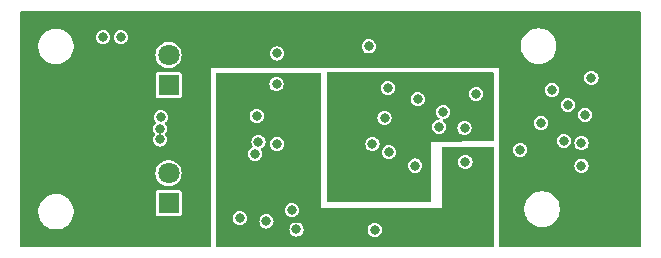
<source format=gbr>
%TF.GenerationSoftware,KiCad,Pcbnew,7.0.10+1*%
%TF.CreationDate,2024-03-12T10:53:23+01:00*%
%TF.ProjectId,IR-sensor,49522d73-656e-4736-9f72-2e6b69636164,rev?*%
%TF.SameCoordinates,Original*%
%TF.FileFunction,Copper,L3,Inr*%
%TF.FilePolarity,Positive*%
%FSLAX46Y46*%
G04 Gerber Fmt 4.6, Leading zero omitted, Abs format (unit mm)*
G04 Created by KiCad (PCBNEW 7.0.10+1) date 2024-03-12 10:53:23*
%MOMM*%
%LPD*%
G01*
G04 APERTURE LIST*
%TA.AperFunction,ComponentPad*%
%ADD10R,1.800000X1.800000*%
%TD*%
%TA.AperFunction,ComponentPad*%
%ADD11C,1.800000*%
%TD*%
%TA.AperFunction,ViaPad*%
%ADD12C,0.800000*%
%TD*%
G04 APERTURE END LIST*
D10*
%TO.N,Net-(D2-K)*%
%TO.C,D5*%
X62535000Y-56275000D03*
D11*
%TO.N,GND*%
X62535000Y-53735000D03*
%TD*%
D10*
%TO.N,Net-(D1-K)*%
%TO.C,D6*%
X62535000Y-66275000D03*
D11*
%TO.N,Net-(D1-A)*%
X62535000Y-63735000D03*
%TD*%
D12*
%TO.N,Net-(U1C-+)*%
X79800000Y-61270000D03*
X69858973Y-62095252D03*
%TO.N,GND*%
X70000000Y-58900000D03*
X61830000Y-59980000D03*
X87668939Y-62791098D03*
X61830000Y-60880000D03*
X71700000Y-53600000D03*
X95000000Y-56700000D03*
X79500000Y-53000000D03*
X70146738Y-61085451D03*
X58500000Y-52230000D03*
X68560000Y-67550000D03*
X87600000Y-59900000D03*
X61880000Y-58990000D03*
X85800000Y-58555000D03*
X73370000Y-68500000D03*
X80824807Y-59057297D03*
X97500000Y-61200000D03*
X97799990Y-58800000D03*
X81180000Y-61960000D03*
X72970000Y-66870000D03*
X83420000Y-63100000D03*
X57000000Y-52230000D03*
X97500000Y-63100000D03*
X88580000Y-57020000D03*
X92308008Y-61768008D03*
%TO.N,Net-(U1B-+)*%
X71680000Y-56190000D03*
X71724448Y-61269751D03*
%TO.N,/PWM_SEND*%
X96351041Y-57951041D03*
X70824996Y-67820000D03*
%TO.N,/PWM_RCV*%
X83630000Y-57470000D03*
X94070000Y-59490000D03*
%TO.N,+2V5*%
X88781730Y-62774323D03*
X74040000Y-65585000D03*
X70026346Y-60042373D03*
%TO.N,+5V*%
X65010000Y-59990000D03*
X97200000Y-56800000D03*
X79564166Y-51951960D03*
X95100000Y-58000000D03*
X65000000Y-58900000D03*
X65000000Y-61000000D03*
%TO.N,Net-(Q2-D)*%
X85450000Y-59800000D03*
X81100000Y-56525000D03*
%TO.N,-2V5*%
X88670000Y-59930000D03*
X81800000Y-59925000D03*
X77260000Y-65530000D03*
%TO.N,/INDICATOR*%
X98340000Y-55660000D03*
X79990000Y-68530000D03*
X96005851Y-61005851D03*
%TD*%
%TA.AperFunction,Conductor*%
%TO.N,+5V*%
G36*
X102473066Y-50017813D02*
G01*
X102498376Y-50061650D01*
X102499500Y-50074500D01*
X102499500Y-69925500D01*
X102482187Y-69973066D01*
X102438350Y-69998376D01*
X102425500Y-69999500D01*
X90574000Y-69999500D01*
X90526434Y-69982187D01*
X90501124Y-69938350D01*
X90500000Y-69925500D01*
X90500000Y-66899337D01*
X92674500Y-66899337D01*
X92695763Y-67026762D01*
X92715429Y-67144614D01*
X92750633Y-67247159D01*
X92796172Y-67379811D01*
X92848055Y-67475682D01*
X92914526Y-67598509D01*
X93067262Y-67794744D01*
X93250215Y-67963164D01*
X93458393Y-68099173D01*
X93686119Y-68199063D01*
X93927179Y-68260108D01*
X93927182Y-68260108D01*
X93927185Y-68260109D01*
X94112925Y-68275500D01*
X94112933Y-68275500D01*
X94237075Y-68275500D01*
X94422814Y-68260109D01*
X94422816Y-68260108D01*
X94422821Y-68260108D01*
X94663881Y-68199063D01*
X94891607Y-68099173D01*
X95099785Y-67963164D01*
X95282738Y-67794744D01*
X95435474Y-67598509D01*
X95553828Y-67379810D01*
X95634571Y-67144614D01*
X95675500Y-66899335D01*
X95675500Y-66650665D01*
X95634571Y-66405386D01*
X95553828Y-66170190D01*
X95435474Y-65951491D01*
X95282738Y-65755256D01*
X95099785Y-65586836D01*
X94891607Y-65450827D01*
X94663887Y-65350939D01*
X94663883Y-65350938D01*
X94663881Y-65350937D01*
X94449970Y-65296767D01*
X94422814Y-65289890D01*
X94237075Y-65274500D01*
X94237067Y-65274500D01*
X94112933Y-65274500D01*
X94112925Y-65274500D01*
X93927185Y-65289890D01*
X93763531Y-65331333D01*
X93686119Y-65350937D01*
X93686117Y-65350937D01*
X93686112Y-65350939D01*
X93458392Y-65450827D01*
X93250214Y-65586836D01*
X93067263Y-65755254D01*
X92914529Y-65951486D01*
X92914522Y-65951498D01*
X92796172Y-66170188D01*
X92715428Y-66405389D01*
X92674500Y-66650662D01*
X92674500Y-66899337D01*
X90500000Y-66899337D01*
X90500000Y-63100000D01*
X96894318Y-63100000D01*
X96914955Y-63256760D01*
X96914955Y-63256761D01*
X96975464Y-63402841D01*
X97071715Y-63528279D01*
X97071720Y-63528284D01*
X97155345Y-63592451D01*
X97197159Y-63624536D01*
X97343238Y-63685044D01*
X97500000Y-63705682D01*
X97656762Y-63685044D01*
X97802841Y-63624536D01*
X97928282Y-63528282D01*
X98024536Y-63402841D01*
X98085044Y-63256762D01*
X98105682Y-63100000D01*
X98085044Y-62943238D01*
X98024536Y-62797159D01*
X97950700Y-62700934D01*
X97928284Y-62671720D01*
X97928279Y-62671715D01*
X97802841Y-62575464D01*
X97656761Y-62514955D01*
X97500000Y-62494318D01*
X97343239Y-62514955D01*
X97343238Y-62514955D01*
X97197158Y-62575464D01*
X97071720Y-62671715D01*
X97071715Y-62671720D01*
X96975464Y-62797158D01*
X96914955Y-62943238D01*
X96914955Y-62943239D01*
X96894318Y-63100000D01*
X90500000Y-63100000D01*
X90500000Y-61768008D01*
X91702326Y-61768008D01*
X91722963Y-61924768D01*
X91722963Y-61924769D01*
X91783472Y-62070849D01*
X91879723Y-62196287D01*
X91879728Y-62196292D01*
X91949445Y-62249787D01*
X92005167Y-62292544D01*
X92151246Y-62353052D01*
X92308008Y-62373690D01*
X92464770Y-62353052D01*
X92610849Y-62292544D01*
X92736290Y-62196290D01*
X92832544Y-62070849D01*
X92893052Y-61924770D01*
X92913690Y-61768008D01*
X92893052Y-61611246D01*
X92832544Y-61465167D01*
X92763323Y-61374956D01*
X92736292Y-61339728D01*
X92736287Y-61339723D01*
X92610849Y-61243472D01*
X92464769Y-61182963D01*
X92308008Y-61162326D01*
X92151247Y-61182963D01*
X92151246Y-61182963D01*
X92005166Y-61243472D01*
X91879728Y-61339723D01*
X91879723Y-61339728D01*
X91783472Y-61465166D01*
X91722963Y-61611246D01*
X91722963Y-61611247D01*
X91702326Y-61768008D01*
X90500000Y-61768008D01*
X90500000Y-61005851D01*
X95400169Y-61005851D01*
X95420806Y-61162611D01*
X95420806Y-61162612D01*
X95481315Y-61308692D01*
X95577566Y-61434130D01*
X95577571Y-61434135D01*
X95617853Y-61465044D01*
X95703010Y-61530387D01*
X95849089Y-61590895D01*
X96005851Y-61611533D01*
X96162613Y-61590895D01*
X96308692Y-61530387D01*
X96434133Y-61434133D01*
X96530387Y-61308692D01*
X96575409Y-61200000D01*
X96894318Y-61200000D01*
X96914955Y-61356760D01*
X96914955Y-61356761D01*
X96975464Y-61502841D01*
X97071715Y-61628279D01*
X97071720Y-61628284D01*
X97109351Y-61657159D01*
X97197159Y-61724536D01*
X97343238Y-61785044D01*
X97500000Y-61805682D01*
X97656762Y-61785044D01*
X97802841Y-61724536D01*
X97928282Y-61628282D01*
X98024536Y-61502841D01*
X98085044Y-61356762D01*
X98105682Y-61200000D01*
X98085044Y-61043238D01*
X98024536Y-60897159D01*
X97928282Y-60771718D01*
X97928279Y-60771715D01*
X97802841Y-60675464D01*
X97656761Y-60614955D01*
X97500000Y-60594318D01*
X97343239Y-60614955D01*
X97343238Y-60614955D01*
X97197158Y-60675464D01*
X97071720Y-60771715D01*
X97071715Y-60771720D01*
X96975464Y-60897158D01*
X96914955Y-61043238D01*
X96914955Y-61043239D01*
X96894318Y-61200000D01*
X96575409Y-61200000D01*
X96590895Y-61162613D01*
X96611533Y-61005851D01*
X96590895Y-60849089D01*
X96530387Y-60703010D01*
X96434133Y-60577569D01*
X96434130Y-60577566D01*
X96308692Y-60481315D01*
X96162612Y-60420806D01*
X96005851Y-60400169D01*
X95849090Y-60420806D01*
X95849089Y-60420806D01*
X95703009Y-60481315D01*
X95577571Y-60577566D01*
X95577566Y-60577571D01*
X95481315Y-60703009D01*
X95420806Y-60849089D01*
X95420806Y-60849090D01*
X95400169Y-61005851D01*
X90500000Y-61005851D01*
X90500000Y-59490000D01*
X93464318Y-59490000D01*
X93484955Y-59646760D01*
X93484955Y-59646761D01*
X93545464Y-59792841D01*
X93641715Y-59918279D01*
X93641720Y-59918284D01*
X93650473Y-59925000D01*
X93767159Y-60014536D01*
X93913238Y-60075044D01*
X94070000Y-60095682D01*
X94226762Y-60075044D01*
X94372841Y-60014536D01*
X94498282Y-59918282D01*
X94594536Y-59792841D01*
X94655044Y-59646762D01*
X94675682Y-59490000D01*
X94655044Y-59333238D01*
X94594536Y-59187159D01*
X94562451Y-59145345D01*
X94498284Y-59061720D01*
X94498279Y-59061715D01*
X94372841Y-58965464D01*
X94226761Y-58904955D01*
X94070000Y-58884318D01*
X93913239Y-58904955D01*
X93913238Y-58904955D01*
X93767158Y-58965464D01*
X93641720Y-59061715D01*
X93641715Y-59061720D01*
X93545464Y-59187158D01*
X93484955Y-59333238D01*
X93484955Y-59333239D01*
X93464318Y-59490000D01*
X90500000Y-59490000D01*
X90500000Y-58800000D01*
X97194308Y-58800000D01*
X97214945Y-58956760D01*
X97214945Y-58956761D01*
X97275454Y-59102841D01*
X97371705Y-59228279D01*
X97371710Y-59228284D01*
X97433197Y-59275464D01*
X97497149Y-59324536D01*
X97643228Y-59385044D01*
X97799990Y-59405682D01*
X97956752Y-59385044D01*
X98102831Y-59324536D01*
X98228272Y-59228282D01*
X98324526Y-59102841D01*
X98385034Y-58956762D01*
X98405672Y-58800000D01*
X98385034Y-58643238D01*
X98324526Y-58497159D01*
X98289579Y-58451615D01*
X98228274Y-58371720D01*
X98228269Y-58371715D01*
X98102831Y-58275464D01*
X97956751Y-58214955D01*
X97799990Y-58194318D01*
X97643229Y-58214955D01*
X97643228Y-58214955D01*
X97497148Y-58275464D01*
X97371710Y-58371715D01*
X97371705Y-58371720D01*
X97275454Y-58497158D01*
X97214945Y-58643238D01*
X97214945Y-58643239D01*
X97194308Y-58800000D01*
X90500000Y-58800000D01*
X90500000Y-57951041D01*
X95745359Y-57951041D01*
X95765996Y-58107801D01*
X95765996Y-58107802D01*
X95826505Y-58253882D01*
X95922756Y-58379320D01*
X95922761Y-58379325D01*
X96006386Y-58443492D01*
X96048200Y-58475577D01*
X96194279Y-58536085D01*
X96351041Y-58556723D01*
X96507803Y-58536085D01*
X96653882Y-58475577D01*
X96779323Y-58379323D01*
X96875577Y-58253882D01*
X96936085Y-58107803D01*
X96956723Y-57951041D01*
X96936085Y-57794279D01*
X96875577Y-57648200D01*
X96779323Y-57522759D01*
X96779320Y-57522756D01*
X96653882Y-57426505D01*
X96507802Y-57365996D01*
X96351041Y-57345359D01*
X96194280Y-57365996D01*
X96194279Y-57365996D01*
X96048199Y-57426505D01*
X95922761Y-57522756D01*
X95922756Y-57522761D01*
X95826505Y-57648199D01*
X95765996Y-57794279D01*
X95765996Y-57794280D01*
X95745359Y-57951041D01*
X90500000Y-57951041D01*
X90500000Y-56700000D01*
X94394318Y-56700000D01*
X94414955Y-56856760D01*
X94414955Y-56856761D01*
X94475464Y-57002841D01*
X94571715Y-57128279D01*
X94571720Y-57128284D01*
X94655345Y-57192451D01*
X94697159Y-57224536D01*
X94843238Y-57285044D01*
X95000000Y-57305682D01*
X95156762Y-57285044D01*
X95302841Y-57224536D01*
X95428282Y-57128282D01*
X95524536Y-57002841D01*
X95585044Y-56856762D01*
X95605682Y-56700000D01*
X95585044Y-56543238D01*
X95524536Y-56397159D01*
X95428282Y-56271718D01*
X95428279Y-56271715D01*
X95302841Y-56175464D01*
X95156761Y-56114955D01*
X95000000Y-56094318D01*
X94843239Y-56114955D01*
X94843238Y-56114955D01*
X94697158Y-56175464D01*
X94571720Y-56271715D01*
X94571715Y-56271720D01*
X94475464Y-56397158D01*
X94414955Y-56543238D01*
X94414955Y-56543239D01*
X94394318Y-56700000D01*
X90500000Y-56700000D01*
X90500000Y-55660000D01*
X97734318Y-55660000D01*
X97754955Y-55816760D01*
X97754955Y-55816761D01*
X97815464Y-55962841D01*
X97911715Y-56088279D01*
X97911720Y-56088284D01*
X97919584Y-56094318D01*
X98037159Y-56184536D01*
X98183238Y-56245044D01*
X98340000Y-56265682D01*
X98496762Y-56245044D01*
X98642841Y-56184536D01*
X98768282Y-56088282D01*
X98864536Y-55962841D01*
X98925044Y-55816762D01*
X98945682Y-55660000D01*
X98925044Y-55503238D01*
X98864536Y-55357159D01*
X98768282Y-55231718D01*
X98768279Y-55231715D01*
X98642841Y-55135464D01*
X98496761Y-55074955D01*
X98340000Y-55054318D01*
X98183239Y-55074955D01*
X98183238Y-55074955D01*
X98037158Y-55135464D01*
X97911720Y-55231715D01*
X97911715Y-55231720D01*
X97815464Y-55357158D01*
X97754955Y-55503238D01*
X97754955Y-55503239D01*
X97734318Y-55660000D01*
X90500000Y-55660000D01*
X90500000Y-54799999D01*
X66089999Y-54830813D01*
X66098308Y-69925459D01*
X66081021Y-69973035D01*
X66037198Y-69998369D01*
X66024308Y-69999500D01*
X50074500Y-69999500D01*
X50026934Y-69982187D01*
X50001624Y-69938350D01*
X50000500Y-69925500D01*
X50000500Y-67124337D01*
X51499500Y-67124337D01*
X51528526Y-67298282D01*
X51540429Y-67369614D01*
X51548539Y-67393238D01*
X51621172Y-67604811D01*
X51676346Y-67706762D01*
X51739526Y-67823509D01*
X51892262Y-68019744D01*
X52075215Y-68188164D01*
X52283393Y-68324173D01*
X52511119Y-68424063D01*
X52752179Y-68485108D01*
X52752182Y-68485108D01*
X52752185Y-68485109D01*
X52937925Y-68500500D01*
X52937933Y-68500500D01*
X53062075Y-68500500D01*
X53247814Y-68485109D01*
X53247816Y-68485108D01*
X53247821Y-68485108D01*
X53488881Y-68424063D01*
X53716607Y-68324173D01*
X53924785Y-68188164D01*
X54107738Y-68019744D01*
X54260474Y-67823509D01*
X54378828Y-67604810D01*
X54459571Y-67369614D01*
X54488751Y-67194746D01*
X61434500Y-67194746D01*
X61446133Y-67253232D01*
X61474353Y-67295464D01*
X61490448Y-67319552D01*
X61534560Y-67349027D01*
X61556767Y-67363866D01*
X61556768Y-67363866D01*
X61556769Y-67363867D01*
X61615252Y-67375500D01*
X61615254Y-67375500D01*
X63454746Y-67375500D01*
X63454748Y-67375500D01*
X63513231Y-67363867D01*
X63579552Y-67319552D01*
X63623867Y-67253231D01*
X63635500Y-67194748D01*
X63635500Y-65355252D01*
X63623867Y-65296769D01*
X63579552Y-65230448D01*
X63557343Y-65215608D01*
X63513232Y-65186133D01*
X63513233Y-65186133D01*
X63483989Y-65180316D01*
X63454748Y-65174500D01*
X61615252Y-65174500D01*
X61586010Y-65180316D01*
X61556767Y-65186133D01*
X61490449Y-65230447D01*
X61490447Y-65230449D01*
X61446133Y-65296767D01*
X61434500Y-65355253D01*
X61434500Y-67194746D01*
X54488751Y-67194746D01*
X54500500Y-67124335D01*
X54500500Y-66875665D01*
X54459571Y-66630386D01*
X54378828Y-66395190D01*
X54260474Y-66176491D01*
X54107738Y-65980256D01*
X54076498Y-65951498D01*
X53924785Y-65811836D01*
X53716607Y-65675827D01*
X53488887Y-65575939D01*
X53488883Y-65575938D01*
X53488881Y-65575937D01*
X53307481Y-65530000D01*
X53247814Y-65514890D01*
X53062075Y-65499500D01*
X53062067Y-65499500D01*
X52937933Y-65499500D01*
X52937925Y-65499500D01*
X52752185Y-65514890D01*
X52588531Y-65556333D01*
X52511119Y-65575937D01*
X52511117Y-65575937D01*
X52511112Y-65575939D01*
X52283392Y-65675827D01*
X52075214Y-65811836D01*
X51892263Y-65980254D01*
X51739529Y-66176486D01*
X51739522Y-66176498D01*
X51621172Y-66395188D01*
X51540428Y-66630389D01*
X51499500Y-66875662D01*
X51499500Y-67124337D01*
X50000500Y-67124337D01*
X50000500Y-63735003D01*
X61429785Y-63735003D01*
X61448601Y-63938076D01*
X61448602Y-63938082D01*
X61504416Y-64134244D01*
X61504418Y-64134250D01*
X61595327Y-64316821D01*
X61595328Y-64316822D01*
X61595329Y-64316825D01*
X61718234Y-64479578D01*
X61718235Y-64479579D01*
X61855637Y-64604836D01*
X61868959Y-64616981D01*
X62042363Y-64724348D01*
X62232544Y-64798024D01*
X62433024Y-64835500D01*
X62433026Y-64835500D01*
X62636974Y-64835500D01*
X62636976Y-64835500D01*
X62837456Y-64798024D01*
X63027637Y-64724348D01*
X63201041Y-64616981D01*
X63351764Y-64479579D01*
X63474673Y-64316821D01*
X63565582Y-64134250D01*
X63621397Y-63938083D01*
X63640215Y-63735000D01*
X63640215Y-63734996D01*
X63621398Y-63531923D01*
X63621397Y-63531917D01*
X63584671Y-63402841D01*
X63565582Y-63335750D01*
X63474673Y-63153179D01*
X63474670Y-63153175D01*
X63474670Y-63153174D01*
X63351765Y-62990421D01*
X63351764Y-62990420D01*
X63201041Y-62853019D01*
X63027637Y-62745652D01*
X62837456Y-62671976D01*
X62749407Y-62655516D01*
X62636979Y-62634500D01*
X62636976Y-62634500D01*
X62433024Y-62634500D01*
X62433020Y-62634500D01*
X62283116Y-62662522D01*
X62232544Y-62671976D01*
X62232542Y-62671976D01*
X62232540Y-62671977D01*
X62042368Y-62745650D01*
X62042363Y-62745652D01*
X62042358Y-62745654D01*
X62042358Y-62745655D01*
X61868958Y-62853019D01*
X61868957Y-62853019D01*
X61718235Y-62990420D01*
X61718234Y-62990421D01*
X61595329Y-63153174D01*
X61595328Y-63153177D01*
X61504418Y-63335750D01*
X61504416Y-63335755D01*
X61448602Y-63531917D01*
X61448601Y-63531923D01*
X61429785Y-63734996D01*
X61429785Y-63735003D01*
X50000500Y-63735003D01*
X50000500Y-60880000D01*
X61224318Y-60880000D01*
X61244955Y-61036760D01*
X61244955Y-61036761D01*
X61305464Y-61182841D01*
X61401715Y-61308279D01*
X61401720Y-61308284D01*
X61485345Y-61372451D01*
X61527159Y-61404536D01*
X61673238Y-61465044D01*
X61830000Y-61485682D01*
X61986762Y-61465044D01*
X62132841Y-61404536D01*
X62258282Y-61308282D01*
X62354536Y-61182841D01*
X62415044Y-61036762D01*
X62435682Y-60880000D01*
X62415044Y-60723238D01*
X62354536Y-60577159D01*
X62276181Y-60475045D01*
X62260961Y-60426773D01*
X62276181Y-60384954D01*
X62354536Y-60282841D01*
X62415044Y-60136762D01*
X62435682Y-59980000D01*
X62415044Y-59823238D01*
X62354536Y-59677159D01*
X62312333Y-59622159D01*
X62257415Y-59550587D01*
X62242193Y-59502311D01*
X62261565Y-59455545D01*
X62271069Y-59446836D01*
X62308282Y-59418282D01*
X62404536Y-59292841D01*
X62465044Y-59146762D01*
X62485682Y-58990000D01*
X62465044Y-58833238D01*
X62404536Y-58687159D01*
X62308282Y-58561718D01*
X62308279Y-58561715D01*
X62182841Y-58465464D01*
X62036761Y-58404955D01*
X61880000Y-58384318D01*
X61723239Y-58404955D01*
X61723238Y-58404955D01*
X61577158Y-58465464D01*
X61451720Y-58561715D01*
X61451715Y-58561720D01*
X61355464Y-58687158D01*
X61294955Y-58833238D01*
X61294955Y-58833239D01*
X61274318Y-58990000D01*
X61294955Y-59146760D01*
X61294955Y-59146761D01*
X61355464Y-59292841D01*
X61452584Y-59419411D01*
X61467806Y-59467687D01*
X61448434Y-59514453D01*
X61438926Y-59523166D01*
X61401718Y-59551717D01*
X61401715Y-59551720D01*
X61305464Y-59677158D01*
X61244955Y-59823238D01*
X61244955Y-59823239D01*
X61224318Y-59980000D01*
X61244955Y-60136760D01*
X61244955Y-60136761D01*
X61305464Y-60282841D01*
X61383815Y-60384952D01*
X61399037Y-60433228D01*
X61383815Y-60475048D01*
X61305464Y-60577158D01*
X61244955Y-60723238D01*
X61244955Y-60723239D01*
X61224318Y-60880000D01*
X50000500Y-60880000D01*
X50000500Y-57194746D01*
X61434500Y-57194746D01*
X61446133Y-57253232D01*
X61467390Y-57285044D01*
X61490448Y-57319552D01*
X61529070Y-57345359D01*
X61556767Y-57363866D01*
X61556768Y-57363866D01*
X61556769Y-57363867D01*
X61615252Y-57375500D01*
X61615254Y-57375500D01*
X63454746Y-57375500D01*
X63454748Y-57375500D01*
X63513231Y-57363867D01*
X63579552Y-57319552D01*
X63623867Y-57253231D01*
X63635500Y-57194748D01*
X63635500Y-55355252D01*
X63623867Y-55296769D01*
X63579552Y-55230448D01*
X63557343Y-55215608D01*
X63513232Y-55186133D01*
X63513233Y-55186133D01*
X63483989Y-55180316D01*
X63454748Y-55174500D01*
X61615252Y-55174500D01*
X61586010Y-55180316D01*
X61556767Y-55186133D01*
X61490449Y-55230447D01*
X61490447Y-55230449D01*
X61446133Y-55296767D01*
X61434500Y-55355253D01*
X61434500Y-57194746D01*
X50000500Y-57194746D01*
X50000500Y-53124337D01*
X51499500Y-53124337D01*
X51536257Y-53344614D01*
X51540429Y-53369614D01*
X51565704Y-53443238D01*
X51621172Y-53604811D01*
X51691625Y-53734996D01*
X51739526Y-53823509D01*
X51892262Y-54019744D01*
X52075215Y-54188164D01*
X52283393Y-54324173D01*
X52511119Y-54424063D01*
X52752179Y-54485108D01*
X52752182Y-54485108D01*
X52752185Y-54485109D01*
X52937925Y-54500500D01*
X52937933Y-54500500D01*
X53062075Y-54500500D01*
X53247814Y-54485109D01*
X53247816Y-54485108D01*
X53247821Y-54485108D01*
X53488881Y-54424063D01*
X53716607Y-54324173D01*
X53924785Y-54188164D01*
X54107738Y-54019744D01*
X54260474Y-53823509D01*
X54308371Y-53735003D01*
X61429785Y-53735003D01*
X61448601Y-53938076D01*
X61448602Y-53938082D01*
X61501654Y-54124536D01*
X61504418Y-54134250D01*
X61595327Y-54316821D01*
X61595328Y-54316822D01*
X61595329Y-54316825D01*
X61718234Y-54479578D01*
X61718235Y-54479579D01*
X61855637Y-54604836D01*
X61868959Y-54616981D01*
X62042363Y-54724348D01*
X62232544Y-54798024D01*
X62433024Y-54835500D01*
X62433026Y-54835500D01*
X62636974Y-54835500D01*
X62636976Y-54835500D01*
X62837456Y-54798024D01*
X63027637Y-54724348D01*
X63201041Y-54616981D01*
X63351764Y-54479579D01*
X63354845Y-54475500D01*
X63474670Y-54316825D01*
X63474670Y-54316824D01*
X63474673Y-54316821D01*
X63565582Y-54134250D01*
X63621397Y-53938083D01*
X63632014Y-53823513D01*
X63640215Y-53735003D01*
X63640215Y-53734996D01*
X63627706Y-53600000D01*
X71094318Y-53600000D01*
X71114955Y-53756760D01*
X71114955Y-53756761D01*
X71175464Y-53902841D01*
X71271715Y-54028279D01*
X71271720Y-54028284D01*
X71355345Y-54092451D01*
X71397159Y-54124536D01*
X71543238Y-54185044D01*
X71700000Y-54205682D01*
X71856762Y-54185044D01*
X72002841Y-54124536D01*
X72128282Y-54028282D01*
X72224536Y-53902841D01*
X72285044Y-53756762D01*
X72305682Y-53600000D01*
X72285044Y-53443238D01*
X72224536Y-53297159D01*
X72128282Y-53171718D01*
X72128279Y-53171715D01*
X72002841Y-53075464D01*
X71856761Y-53014955D01*
X71743161Y-53000000D01*
X78894318Y-53000000D01*
X78914955Y-53156760D01*
X78914955Y-53156761D01*
X78975464Y-53302841D01*
X79071715Y-53428279D01*
X79071720Y-53428284D01*
X79091209Y-53443238D01*
X79197159Y-53524536D01*
X79343238Y-53585044D01*
X79500000Y-53605682D01*
X79656762Y-53585044D01*
X79802841Y-53524536D01*
X79928282Y-53428282D01*
X80024536Y-53302841D01*
X80085044Y-53156762D01*
X80092604Y-53099337D01*
X92374500Y-53099337D01*
X92415428Y-53344610D01*
X92496172Y-53579811D01*
X92510173Y-53605682D01*
X92614526Y-53798509D01*
X92767262Y-53994744D01*
X92950215Y-54163164D01*
X93158393Y-54299173D01*
X93386119Y-54399063D01*
X93627179Y-54460108D01*
X93627182Y-54460108D01*
X93627185Y-54460109D01*
X93812925Y-54475500D01*
X93812933Y-54475500D01*
X93937075Y-54475500D01*
X94122814Y-54460109D01*
X94122816Y-54460108D01*
X94122821Y-54460108D01*
X94363881Y-54399063D01*
X94591607Y-54299173D01*
X94799785Y-54163164D01*
X94982738Y-53994744D01*
X95135474Y-53798509D01*
X95253828Y-53579810D01*
X95334571Y-53344614D01*
X95375500Y-53099335D01*
X95375500Y-52850665D01*
X95334571Y-52605386D01*
X95253828Y-52370190D01*
X95135474Y-52151491D01*
X94982738Y-51955256D01*
X94952215Y-51927158D01*
X94799785Y-51786836D01*
X94591607Y-51650827D01*
X94363887Y-51550939D01*
X94363883Y-51550938D01*
X94363881Y-51550937D01*
X94160762Y-51499500D01*
X94122814Y-51489890D01*
X93937075Y-51474500D01*
X93937067Y-51474500D01*
X93812933Y-51474500D01*
X93812925Y-51474500D01*
X93627185Y-51489890D01*
X93463531Y-51531333D01*
X93386119Y-51550937D01*
X93386117Y-51550937D01*
X93386112Y-51550939D01*
X93158392Y-51650827D01*
X92950214Y-51786836D01*
X92767263Y-51955254D01*
X92614529Y-52151486D01*
X92614522Y-52151498D01*
X92496172Y-52370188D01*
X92415428Y-52605389D01*
X92374500Y-52850662D01*
X92374500Y-53099337D01*
X80092604Y-53099337D01*
X80105682Y-53000000D01*
X80085044Y-52843238D01*
X80024536Y-52697159D01*
X79973302Y-52630389D01*
X79928284Y-52571720D01*
X79928279Y-52571715D01*
X79802841Y-52475464D01*
X79656761Y-52414955D01*
X79500000Y-52394318D01*
X79343239Y-52414955D01*
X79343238Y-52414955D01*
X79197158Y-52475464D01*
X79071720Y-52571715D01*
X79071715Y-52571720D01*
X78975464Y-52697158D01*
X78914955Y-52843238D01*
X78914955Y-52843239D01*
X78894318Y-53000000D01*
X71743161Y-53000000D01*
X71700000Y-52994318D01*
X71543239Y-53014955D01*
X71543238Y-53014955D01*
X71397158Y-53075464D01*
X71271720Y-53171715D01*
X71271715Y-53171720D01*
X71175464Y-53297158D01*
X71114955Y-53443238D01*
X71114955Y-53443239D01*
X71094318Y-53600000D01*
X63627706Y-53600000D01*
X63621398Y-53531923D01*
X63621397Y-53531917D01*
X63619297Y-53524535D01*
X63565582Y-53335750D01*
X63474673Y-53153179D01*
X63474670Y-53153175D01*
X63474670Y-53153174D01*
X63351765Y-52990421D01*
X63351764Y-52990420D01*
X63201041Y-52853019D01*
X63139709Y-52815044D01*
X63027637Y-52745652D01*
X62837456Y-52671976D01*
X62749407Y-52655516D01*
X62636979Y-52634500D01*
X62636976Y-52634500D01*
X62433024Y-52634500D01*
X62433020Y-52634500D01*
X62305790Y-52658284D01*
X62232544Y-52671976D01*
X62232542Y-52671976D01*
X62232540Y-52671977D01*
X62042368Y-52745650D01*
X62042363Y-52745652D01*
X62042358Y-52745654D01*
X62042358Y-52745655D01*
X61868958Y-52853019D01*
X61868957Y-52853019D01*
X61718235Y-52990420D01*
X61718234Y-52990421D01*
X61595329Y-53153174D01*
X61595328Y-53153177D01*
X61504418Y-53335750D01*
X61504416Y-53335755D01*
X61448602Y-53531917D01*
X61448601Y-53531923D01*
X61429785Y-53734996D01*
X61429785Y-53735003D01*
X54308371Y-53735003D01*
X54378828Y-53604810D01*
X54459571Y-53369614D01*
X54500500Y-53124335D01*
X54500500Y-52875665D01*
X54459571Y-52630386D01*
X54378828Y-52395190D01*
X54374266Y-52386761D01*
X54365298Y-52370188D01*
X54289432Y-52230000D01*
X56394318Y-52230000D01*
X56414955Y-52386760D01*
X56414955Y-52386761D01*
X56475464Y-52532841D01*
X56571715Y-52658279D01*
X56571720Y-52658284D01*
X56655345Y-52722451D01*
X56697159Y-52754536D01*
X56843238Y-52815044D01*
X57000000Y-52835682D01*
X57156762Y-52815044D01*
X57302841Y-52754536D01*
X57428282Y-52658282D01*
X57524536Y-52532841D01*
X57585044Y-52386762D01*
X57605682Y-52230000D01*
X57894318Y-52230000D01*
X57914955Y-52386760D01*
X57914955Y-52386761D01*
X57975464Y-52532841D01*
X58071715Y-52658279D01*
X58071720Y-52658284D01*
X58155345Y-52722451D01*
X58197159Y-52754536D01*
X58343238Y-52815044D01*
X58500000Y-52835682D01*
X58656762Y-52815044D01*
X58802841Y-52754536D01*
X58928282Y-52658282D01*
X59024536Y-52532841D01*
X59085044Y-52386762D01*
X59105682Y-52230000D01*
X59085044Y-52073238D01*
X59024536Y-51927159D01*
X58928282Y-51801718D01*
X58928279Y-51801715D01*
X58802841Y-51705464D01*
X58656761Y-51644955D01*
X58500000Y-51624318D01*
X58343239Y-51644955D01*
X58343238Y-51644955D01*
X58197158Y-51705464D01*
X58071720Y-51801715D01*
X58071715Y-51801720D01*
X57975464Y-51927158D01*
X57914955Y-52073238D01*
X57914955Y-52073239D01*
X57894318Y-52230000D01*
X57605682Y-52230000D01*
X57585044Y-52073238D01*
X57524536Y-51927159D01*
X57428282Y-51801718D01*
X57428279Y-51801715D01*
X57302841Y-51705464D01*
X57156761Y-51644955D01*
X57000000Y-51624318D01*
X56843239Y-51644955D01*
X56843238Y-51644955D01*
X56697158Y-51705464D01*
X56571720Y-51801715D01*
X56571715Y-51801720D01*
X56475464Y-51927158D01*
X56414955Y-52073238D01*
X56414955Y-52073239D01*
X56394318Y-52230000D01*
X54289432Y-52230000D01*
X54260474Y-52176491D01*
X54107738Y-51980256D01*
X53924785Y-51811836D01*
X53716607Y-51675827D01*
X53659613Y-51650827D01*
X53488887Y-51575939D01*
X53488883Y-51575938D01*
X53488881Y-51575937D01*
X53325233Y-51534495D01*
X53247814Y-51514890D01*
X53062075Y-51499500D01*
X53062067Y-51499500D01*
X52937933Y-51499500D01*
X52937925Y-51499500D01*
X52752185Y-51514890D01*
X52609841Y-51550937D01*
X52511119Y-51575937D01*
X52511117Y-51575937D01*
X52511112Y-51575939D01*
X52283392Y-51675827D01*
X52075214Y-51811836D01*
X51892263Y-51980254D01*
X51739529Y-52176486D01*
X51739522Y-52176498D01*
X51621172Y-52395188D01*
X51540428Y-52630389D01*
X51499500Y-52875662D01*
X51499500Y-53124337D01*
X50000500Y-53124337D01*
X50000500Y-50074500D01*
X50017813Y-50026934D01*
X50061650Y-50001624D01*
X50074500Y-50000500D01*
X102425500Y-50000500D01*
X102473066Y-50017813D01*
G37*
%TD.AperFunction*%
%TD*%
%TA.AperFunction,Conductor*%
%TO.N,+2V5*%
G36*
X75453533Y-55262263D02*
G01*
X75478868Y-55306086D01*
X75480000Y-55318978D01*
X75480000Y-66700000D01*
X85700000Y-66700000D01*
X85700000Y-62791098D01*
X87063257Y-62791098D01*
X87083894Y-62947858D01*
X87083894Y-62947859D01*
X87144403Y-63093939D01*
X87240654Y-63219377D01*
X87240659Y-63219382D01*
X87289374Y-63256762D01*
X87366098Y-63315634D01*
X87512177Y-63376142D01*
X87668939Y-63396780D01*
X87825701Y-63376142D01*
X87971780Y-63315634D01*
X88097221Y-63219380D01*
X88193475Y-63093939D01*
X88253983Y-62947860D01*
X88274621Y-62791098D01*
X88253983Y-62634336D01*
X88193475Y-62488257D01*
X88097221Y-62362816D01*
X88097218Y-62362813D01*
X87971780Y-62266562D01*
X87825700Y-62206053D01*
X87668939Y-62185416D01*
X87512178Y-62206053D01*
X87512177Y-62206053D01*
X87366097Y-62266562D01*
X87240659Y-62362813D01*
X87240654Y-62362818D01*
X87144403Y-62488256D01*
X87083894Y-62634336D01*
X87083894Y-62634337D01*
X87063257Y-62791098D01*
X85700000Y-62791098D01*
X85700000Y-61574000D01*
X85717313Y-61526434D01*
X85761150Y-61501124D01*
X85774000Y-61500000D01*
X90056339Y-61500000D01*
X90103905Y-61517313D01*
X90129215Y-61561150D01*
X90130339Y-61574196D01*
X90108163Y-69925696D01*
X90090724Y-69973217D01*
X90046819Y-69998410D01*
X90034163Y-69999500D01*
X66604000Y-69999500D01*
X66556434Y-69982187D01*
X66531124Y-69938350D01*
X66530000Y-69925500D01*
X66530000Y-68500000D01*
X72764318Y-68500000D01*
X72784955Y-68656760D01*
X72784955Y-68656761D01*
X72845464Y-68802841D01*
X72941715Y-68928279D01*
X72941720Y-68928284D01*
X72980811Y-68958279D01*
X73067159Y-69024536D01*
X73213238Y-69085044D01*
X73370000Y-69105682D01*
X73526762Y-69085044D01*
X73672841Y-69024536D01*
X73798282Y-68928282D01*
X73894536Y-68802841D01*
X73955044Y-68656762D01*
X73971732Y-68530000D01*
X79384318Y-68530000D01*
X79404955Y-68686760D01*
X79404955Y-68686761D01*
X79465464Y-68832841D01*
X79561715Y-68958279D01*
X79561720Y-68958284D01*
X79645345Y-69022451D01*
X79687159Y-69054536D01*
X79833238Y-69115044D01*
X79990000Y-69135682D01*
X80146762Y-69115044D01*
X80292841Y-69054536D01*
X80418282Y-68958282D01*
X80514536Y-68832841D01*
X80575044Y-68686762D01*
X80595682Y-68530000D01*
X80575044Y-68373238D01*
X80514536Y-68227159D01*
X80443854Y-68135044D01*
X80418284Y-68101720D01*
X80418279Y-68101715D01*
X80292841Y-68005464D01*
X80146761Y-67944955D01*
X79990000Y-67924318D01*
X79833239Y-67944955D01*
X79833238Y-67944955D01*
X79687158Y-68005464D01*
X79561720Y-68101715D01*
X79561715Y-68101720D01*
X79465464Y-68227158D01*
X79404955Y-68373238D01*
X79404955Y-68373239D01*
X79384318Y-68530000D01*
X73971732Y-68530000D01*
X73975682Y-68500000D01*
X73955044Y-68343238D01*
X73894536Y-68197159D01*
X73837510Y-68122841D01*
X73798284Y-68071720D01*
X73798279Y-68071715D01*
X73672841Y-67975464D01*
X73526761Y-67914955D01*
X73370000Y-67894318D01*
X73213239Y-67914955D01*
X73213238Y-67914955D01*
X73067158Y-67975464D01*
X72941720Y-68071715D01*
X72941715Y-68071720D01*
X72845464Y-68197158D01*
X72784955Y-68343238D01*
X72784955Y-68343239D01*
X72764318Y-68500000D01*
X66530000Y-68500000D01*
X66530000Y-67550000D01*
X67954318Y-67550000D01*
X67974955Y-67706760D01*
X67974955Y-67706761D01*
X68035464Y-67852841D01*
X68131715Y-67978279D01*
X68131720Y-67978284D01*
X68167142Y-68005464D01*
X68257159Y-68074536D01*
X68403238Y-68135044D01*
X68560000Y-68155682D01*
X68716762Y-68135044D01*
X68862841Y-68074536D01*
X68988282Y-67978282D01*
X69084536Y-67852841D01*
X69098139Y-67820000D01*
X70219314Y-67820000D01*
X70239951Y-67976760D01*
X70239951Y-67976761D01*
X70300460Y-68122841D01*
X70396711Y-68248279D01*
X70396716Y-68248284D01*
X70480341Y-68312451D01*
X70522155Y-68344536D01*
X70668234Y-68405044D01*
X70824996Y-68425682D01*
X70981758Y-68405044D01*
X71127837Y-68344536D01*
X71253278Y-68248282D01*
X71349532Y-68122841D01*
X71410040Y-67976762D01*
X71430678Y-67820000D01*
X71410040Y-67663238D01*
X71349532Y-67517159D01*
X71301870Y-67455044D01*
X71253280Y-67391720D01*
X71253275Y-67391715D01*
X71127837Y-67295464D01*
X70981757Y-67234955D01*
X70824996Y-67214318D01*
X70668235Y-67234955D01*
X70668234Y-67234955D01*
X70522154Y-67295464D01*
X70396716Y-67391715D01*
X70396711Y-67391720D01*
X70300460Y-67517158D01*
X70239951Y-67663238D01*
X70239951Y-67663239D01*
X70219314Y-67820000D01*
X69098139Y-67820000D01*
X69145044Y-67706762D01*
X69165682Y-67550000D01*
X69145044Y-67393238D01*
X69084536Y-67247159D01*
X68988282Y-67121718D01*
X68988279Y-67121715D01*
X68862841Y-67025464D01*
X68716761Y-66964955D01*
X68560000Y-66944318D01*
X68403239Y-66964955D01*
X68403238Y-66964955D01*
X68257158Y-67025464D01*
X68131720Y-67121715D01*
X68131715Y-67121720D01*
X68035464Y-67247158D01*
X67974955Y-67393238D01*
X67974955Y-67393239D01*
X67954318Y-67550000D01*
X66530000Y-67550000D01*
X66530000Y-66870000D01*
X72364318Y-66870000D01*
X72384955Y-67026760D01*
X72384955Y-67026761D01*
X72445464Y-67172841D01*
X72541715Y-67298279D01*
X72541720Y-67298284D01*
X72625345Y-67362451D01*
X72667159Y-67394536D01*
X72813238Y-67455044D01*
X72970000Y-67475682D01*
X73126762Y-67455044D01*
X73272841Y-67394536D01*
X73398282Y-67298282D01*
X73494536Y-67172841D01*
X73555044Y-67026762D01*
X73575682Y-66870000D01*
X73555044Y-66713238D01*
X73494536Y-66567159D01*
X73398282Y-66441718D01*
X73398279Y-66441715D01*
X73272841Y-66345464D01*
X73126761Y-66284955D01*
X72970000Y-66264318D01*
X72813239Y-66284955D01*
X72813238Y-66284955D01*
X72667158Y-66345464D01*
X72541720Y-66441715D01*
X72541715Y-66441720D01*
X72445464Y-66567158D01*
X72384955Y-66713238D01*
X72384955Y-66713239D01*
X72364318Y-66870000D01*
X66530000Y-66870000D01*
X66530000Y-62095252D01*
X69253291Y-62095252D01*
X69273928Y-62252012D01*
X69273928Y-62252013D01*
X69334437Y-62398093D01*
X69430688Y-62523531D01*
X69430693Y-62523536D01*
X69458723Y-62545044D01*
X69556132Y-62619788D01*
X69702211Y-62680296D01*
X69858973Y-62700934D01*
X70015735Y-62680296D01*
X70161814Y-62619788D01*
X70287255Y-62523534D01*
X70383509Y-62398093D01*
X70444017Y-62252014D01*
X70464655Y-62095252D01*
X70444017Y-61938490D01*
X70383509Y-61792411D01*
X70351933Y-61751260D01*
X70336711Y-61702984D01*
X70356082Y-61656218D01*
X70382321Y-61637845D01*
X70449579Y-61609987D01*
X70575020Y-61513733D01*
X70671274Y-61388292D01*
X70720375Y-61269751D01*
X71118766Y-61269751D01*
X71139403Y-61426511D01*
X71139403Y-61426512D01*
X71199912Y-61572592D01*
X71296163Y-61698030D01*
X71296168Y-61698035D01*
X71302618Y-61702984D01*
X71421607Y-61794287D01*
X71567686Y-61854795D01*
X71724448Y-61875433D01*
X71881210Y-61854795D01*
X72027289Y-61794287D01*
X72152730Y-61698033D01*
X72248984Y-61572592D01*
X72309492Y-61426513D01*
X72330130Y-61269751D01*
X72309492Y-61112989D01*
X72248984Y-60966910D01*
X72216899Y-60925096D01*
X72152732Y-60841471D01*
X72152727Y-60841466D01*
X72027289Y-60745215D01*
X71881209Y-60684706D01*
X71724448Y-60664069D01*
X71567687Y-60684706D01*
X71567686Y-60684706D01*
X71421606Y-60745215D01*
X71296168Y-60841466D01*
X71296163Y-60841471D01*
X71199912Y-60966909D01*
X71139403Y-61112989D01*
X71139403Y-61112990D01*
X71118766Y-61269751D01*
X70720375Y-61269751D01*
X70731782Y-61242213D01*
X70752420Y-61085451D01*
X70731782Y-60928689D01*
X70671274Y-60782610D01*
X70575020Y-60657169D01*
X70575017Y-60657166D01*
X70449579Y-60560915D01*
X70303499Y-60500406D01*
X70146738Y-60479769D01*
X69989977Y-60500406D01*
X69989976Y-60500406D01*
X69843896Y-60560915D01*
X69718458Y-60657166D01*
X69718453Y-60657171D01*
X69622202Y-60782609D01*
X69561693Y-60928689D01*
X69561693Y-60928690D01*
X69541056Y-61085451D01*
X69561693Y-61242211D01*
X69561693Y-61242212D01*
X69622202Y-61388292D01*
X69653777Y-61429442D01*
X69668999Y-61477718D01*
X69649627Y-61524484D01*
X69623388Y-61542857D01*
X69556131Y-61570716D01*
X69430693Y-61666967D01*
X69430688Y-61666972D01*
X69334437Y-61792410D01*
X69273928Y-61938490D01*
X69273928Y-61938491D01*
X69253291Y-62095252D01*
X66530000Y-62095252D01*
X66530000Y-58900000D01*
X69394318Y-58900000D01*
X69414955Y-59056760D01*
X69414955Y-59056761D01*
X69475464Y-59202841D01*
X69571715Y-59328279D01*
X69571720Y-59328284D01*
X69628325Y-59371718D01*
X69697159Y-59424536D01*
X69843238Y-59485044D01*
X70000000Y-59505682D01*
X70156762Y-59485044D01*
X70302841Y-59424536D01*
X70428282Y-59328282D01*
X70524536Y-59202841D01*
X70585044Y-59056762D01*
X70605682Y-58900000D01*
X70585044Y-58743238D01*
X70524536Y-58597159D01*
X70428282Y-58471718D01*
X70428279Y-58471715D01*
X70302841Y-58375464D01*
X70156761Y-58314955D01*
X70000000Y-58294318D01*
X69843239Y-58314955D01*
X69843238Y-58314955D01*
X69697158Y-58375464D01*
X69571720Y-58471715D01*
X69571715Y-58471720D01*
X69475464Y-58597158D01*
X69414955Y-58743238D01*
X69414955Y-58743239D01*
X69394318Y-58900000D01*
X66530000Y-58900000D01*
X66530000Y-56190000D01*
X71074318Y-56190000D01*
X71094955Y-56346760D01*
X71094955Y-56346761D01*
X71155464Y-56492841D01*
X71251715Y-56618279D01*
X71251720Y-56618284D01*
X71334447Y-56681762D01*
X71377159Y-56714536D01*
X71523238Y-56775044D01*
X71680000Y-56795682D01*
X71836762Y-56775044D01*
X71982841Y-56714536D01*
X72108282Y-56618282D01*
X72204536Y-56492841D01*
X72265044Y-56346762D01*
X72285682Y-56190000D01*
X72265044Y-56033238D01*
X72204536Y-55887159D01*
X72108282Y-55761718D01*
X72108279Y-55761715D01*
X71982841Y-55665464D01*
X71836761Y-55604955D01*
X71680000Y-55584318D01*
X71523239Y-55604955D01*
X71523238Y-55604955D01*
X71377158Y-55665464D01*
X71251720Y-55761715D01*
X71251715Y-55761720D01*
X71155464Y-55887158D01*
X71094955Y-56033238D01*
X71094955Y-56033239D01*
X71074318Y-56190000D01*
X66530000Y-56190000D01*
X66530000Y-55324114D01*
X66547313Y-55276548D01*
X66591150Y-55251238D01*
X66603947Y-55250114D01*
X75405957Y-55244978D01*
X75453533Y-55262263D01*
G37*
%TD.AperFunction*%
%TD*%
%TA.AperFunction,Conductor*%
%TO.N,-2V5*%
G36*
X90073566Y-55217313D02*
G01*
X90098876Y-55261150D01*
X90100000Y-55274000D01*
X90100000Y-60926883D01*
X90082687Y-60974449D01*
X90038850Y-60999759D01*
X90026889Y-61000878D01*
X84764095Y-61064096D01*
X84799479Y-66125483D01*
X84782499Y-66173169D01*
X84738840Y-66198784D01*
X84725481Y-66200000D01*
X75994000Y-66200000D01*
X75946434Y-66182687D01*
X75921124Y-66138850D01*
X75920000Y-66126000D01*
X75920000Y-63100000D01*
X82814318Y-63100000D01*
X82834955Y-63256760D01*
X82834955Y-63256761D01*
X82895464Y-63402841D01*
X82991715Y-63528279D01*
X82991720Y-63528284D01*
X83075345Y-63592451D01*
X83117159Y-63624536D01*
X83263238Y-63685044D01*
X83420000Y-63705682D01*
X83576762Y-63685044D01*
X83722841Y-63624536D01*
X83848282Y-63528282D01*
X83944536Y-63402841D01*
X84005044Y-63256762D01*
X84025682Y-63100000D01*
X84005044Y-62943238D01*
X83944536Y-62797159D01*
X83848282Y-62671718D01*
X83848279Y-62671715D01*
X83722841Y-62575464D01*
X83576761Y-62514955D01*
X83420000Y-62494318D01*
X83263239Y-62514955D01*
X83263238Y-62514955D01*
X83117158Y-62575464D01*
X82991720Y-62671715D01*
X82991715Y-62671720D01*
X82895464Y-62797158D01*
X82834955Y-62943238D01*
X82834955Y-62943239D01*
X82814318Y-63100000D01*
X75920000Y-63100000D01*
X75920000Y-61960000D01*
X80574318Y-61960000D01*
X80594955Y-62116760D01*
X80594955Y-62116761D01*
X80655464Y-62262841D01*
X80751715Y-62388279D01*
X80751720Y-62388284D01*
X80835345Y-62452451D01*
X80877159Y-62484536D01*
X81023238Y-62545044D01*
X81180000Y-62565682D01*
X81336762Y-62545044D01*
X81482841Y-62484536D01*
X81608282Y-62388282D01*
X81704536Y-62262841D01*
X81765044Y-62116762D01*
X81785682Y-61960000D01*
X81765044Y-61803238D01*
X81704536Y-61657159D01*
X81608282Y-61531718D01*
X81608279Y-61531715D01*
X81482841Y-61435464D01*
X81336761Y-61374955D01*
X81180000Y-61354318D01*
X81023239Y-61374955D01*
X81023238Y-61374955D01*
X80877158Y-61435464D01*
X80751720Y-61531715D01*
X80751715Y-61531720D01*
X80655464Y-61657158D01*
X80594955Y-61803238D01*
X80594955Y-61803239D01*
X80574318Y-61960000D01*
X75920000Y-61960000D01*
X75920000Y-61270000D01*
X79194318Y-61270000D01*
X79214955Y-61426760D01*
X79214955Y-61426761D01*
X79275464Y-61572841D01*
X79371715Y-61698279D01*
X79371720Y-61698284D01*
X79455345Y-61762451D01*
X79497159Y-61794536D01*
X79643238Y-61855044D01*
X79800000Y-61875682D01*
X79956762Y-61855044D01*
X80102841Y-61794536D01*
X80228282Y-61698282D01*
X80324536Y-61572841D01*
X80385044Y-61426762D01*
X80405682Y-61270000D01*
X80385044Y-61113238D01*
X80324536Y-60967159D01*
X80228282Y-60841718D01*
X80228279Y-60841715D01*
X80102841Y-60745464D01*
X79956761Y-60684955D01*
X79800000Y-60664318D01*
X79643239Y-60684955D01*
X79643238Y-60684955D01*
X79497158Y-60745464D01*
X79371720Y-60841715D01*
X79371715Y-60841720D01*
X79275464Y-60967158D01*
X79214955Y-61113238D01*
X79214955Y-61113239D01*
X79194318Y-61270000D01*
X75920000Y-61270000D01*
X75920000Y-59800000D01*
X84844318Y-59800000D01*
X84864955Y-59956760D01*
X84864955Y-59956761D01*
X84925464Y-60102841D01*
X85021715Y-60228279D01*
X85021720Y-60228284D01*
X85105345Y-60292451D01*
X85147159Y-60324536D01*
X85293238Y-60385044D01*
X85450000Y-60405682D01*
X85606762Y-60385044D01*
X85752841Y-60324536D01*
X85878282Y-60228282D01*
X85974536Y-60102841D01*
X86035044Y-59956762D01*
X86042517Y-59900000D01*
X86994318Y-59900000D01*
X87014955Y-60056760D01*
X87014955Y-60056761D01*
X87075464Y-60202841D01*
X87171715Y-60328279D01*
X87171720Y-60328284D01*
X87245692Y-60385044D01*
X87297159Y-60424536D01*
X87443238Y-60485044D01*
X87600000Y-60505682D01*
X87756762Y-60485044D01*
X87902841Y-60424536D01*
X88028282Y-60328282D01*
X88124536Y-60202841D01*
X88185044Y-60056762D01*
X88205682Y-59900000D01*
X88185044Y-59743238D01*
X88124536Y-59597159D01*
X88047803Y-59497158D01*
X88028284Y-59471720D01*
X88028279Y-59471715D01*
X87902841Y-59375464D01*
X87756761Y-59314955D01*
X87600000Y-59294318D01*
X87443239Y-59314955D01*
X87443238Y-59314955D01*
X87297158Y-59375464D01*
X87171720Y-59471715D01*
X87171715Y-59471720D01*
X87075464Y-59597158D01*
X87014955Y-59743238D01*
X87014955Y-59743239D01*
X86994318Y-59900000D01*
X86042517Y-59900000D01*
X86055682Y-59800000D01*
X86035044Y-59643238D01*
X85974536Y-59497159D01*
X85942451Y-59455345D01*
X85878284Y-59371720D01*
X85878279Y-59371715D01*
X85773801Y-59291546D01*
X85746603Y-59248854D01*
X85753210Y-59198669D01*
X85790531Y-59164471D01*
X85809183Y-59159472D01*
X85956762Y-59140044D01*
X86102841Y-59079536D01*
X86228282Y-58983282D01*
X86324536Y-58857841D01*
X86385044Y-58711762D01*
X86405682Y-58555000D01*
X86385044Y-58398238D01*
X86324536Y-58252159D01*
X86228282Y-58126718D01*
X86228279Y-58126715D01*
X86102841Y-58030464D01*
X85956761Y-57969955D01*
X85800000Y-57949318D01*
X85643239Y-57969955D01*
X85643238Y-57969955D01*
X85497158Y-58030464D01*
X85371720Y-58126715D01*
X85371715Y-58126720D01*
X85275464Y-58252158D01*
X85214955Y-58398238D01*
X85214955Y-58398239D01*
X85194318Y-58555000D01*
X85214955Y-58711760D01*
X85214955Y-58711761D01*
X85275464Y-58857841D01*
X85371715Y-58983279D01*
X85371720Y-58983284D01*
X85476198Y-59063453D01*
X85503396Y-59106144D01*
X85496789Y-59156330D01*
X85459469Y-59190528D01*
X85440809Y-59195528D01*
X85293239Y-59214955D01*
X85293238Y-59214955D01*
X85147158Y-59275464D01*
X85021720Y-59371715D01*
X85021715Y-59371720D01*
X84925464Y-59497158D01*
X84864955Y-59643238D01*
X84864955Y-59643239D01*
X84844318Y-59800000D01*
X75920000Y-59800000D01*
X75920000Y-59057297D01*
X80219125Y-59057297D01*
X80239762Y-59214057D01*
X80239762Y-59214058D01*
X80300271Y-59360138D01*
X80396522Y-59485576D01*
X80396527Y-59485581D01*
X80411615Y-59497158D01*
X80521966Y-59581833D01*
X80668045Y-59642341D01*
X80824807Y-59662979D01*
X80981569Y-59642341D01*
X81127648Y-59581833D01*
X81253089Y-59485579D01*
X81349343Y-59360138D01*
X81409851Y-59214059D01*
X81430489Y-59057297D01*
X81409851Y-58900535D01*
X81349343Y-58754456D01*
X81253089Y-58629015D01*
X81253086Y-58629012D01*
X81127648Y-58532761D01*
X80981568Y-58472252D01*
X80824807Y-58451615D01*
X80668046Y-58472252D01*
X80668045Y-58472252D01*
X80521965Y-58532761D01*
X80396527Y-58629012D01*
X80396522Y-58629017D01*
X80300271Y-58754455D01*
X80239762Y-58900535D01*
X80239762Y-58900536D01*
X80219125Y-59057297D01*
X75920000Y-59057297D01*
X75920000Y-57470000D01*
X83024318Y-57470000D01*
X83044955Y-57626760D01*
X83044955Y-57626761D01*
X83105464Y-57772841D01*
X83201715Y-57898279D01*
X83201720Y-57898284D01*
X83285345Y-57962451D01*
X83327159Y-57994536D01*
X83473238Y-58055044D01*
X83630000Y-58075682D01*
X83786762Y-58055044D01*
X83932841Y-57994536D01*
X84058282Y-57898282D01*
X84154536Y-57772841D01*
X84215044Y-57626762D01*
X84235682Y-57470000D01*
X84215044Y-57313238D01*
X84154536Y-57167159D01*
X84064281Y-57049536D01*
X84058284Y-57041720D01*
X84058279Y-57041715D01*
X84029979Y-57020000D01*
X87974318Y-57020000D01*
X87994955Y-57176760D01*
X87994955Y-57176761D01*
X88055464Y-57322841D01*
X88151715Y-57448279D01*
X88151720Y-57448284D01*
X88235345Y-57512451D01*
X88277159Y-57544536D01*
X88423238Y-57605044D01*
X88580000Y-57625682D01*
X88736762Y-57605044D01*
X88882841Y-57544536D01*
X89008282Y-57448282D01*
X89104536Y-57322841D01*
X89165044Y-57176762D01*
X89185682Y-57020000D01*
X89165044Y-56863238D01*
X89104536Y-56717159D01*
X89008282Y-56591718D01*
X89008279Y-56591715D01*
X88882841Y-56495464D01*
X88736761Y-56434955D01*
X88580000Y-56414318D01*
X88423239Y-56434955D01*
X88423238Y-56434955D01*
X88277158Y-56495464D01*
X88151720Y-56591715D01*
X88151715Y-56591720D01*
X88055464Y-56717158D01*
X87994955Y-56863238D01*
X87994955Y-56863239D01*
X87974318Y-57020000D01*
X84029979Y-57020000D01*
X83932841Y-56945464D01*
X83786761Y-56884955D01*
X83630000Y-56864318D01*
X83473239Y-56884955D01*
X83473238Y-56884955D01*
X83327158Y-56945464D01*
X83201720Y-57041715D01*
X83201715Y-57041720D01*
X83105464Y-57167158D01*
X83044955Y-57313238D01*
X83044955Y-57313239D01*
X83024318Y-57470000D01*
X75920000Y-57470000D01*
X75920000Y-56525000D01*
X80494318Y-56525000D01*
X80514955Y-56681760D01*
X80514955Y-56681761D01*
X80575464Y-56827841D01*
X80671715Y-56953279D01*
X80671720Y-56953284D01*
X80755345Y-57017451D01*
X80797159Y-57049536D01*
X80943238Y-57110044D01*
X81100000Y-57130682D01*
X81256762Y-57110044D01*
X81402841Y-57049536D01*
X81528282Y-56953282D01*
X81624536Y-56827841D01*
X81685044Y-56681762D01*
X81705682Y-56525000D01*
X81685044Y-56368238D01*
X81624536Y-56222159D01*
X81528282Y-56096718D01*
X81528279Y-56096715D01*
X81402841Y-56000464D01*
X81256761Y-55939955D01*
X81100000Y-55919318D01*
X80943239Y-55939955D01*
X80943238Y-55939955D01*
X80797158Y-56000464D01*
X80671720Y-56096715D01*
X80671715Y-56096720D01*
X80575464Y-56222158D01*
X80514955Y-56368238D01*
X80514955Y-56368239D01*
X80494318Y-56525000D01*
X75920000Y-56525000D01*
X75920000Y-55274000D01*
X75937313Y-55226434D01*
X75981150Y-55201124D01*
X75994000Y-55200000D01*
X90026000Y-55200000D01*
X90073566Y-55217313D01*
G37*
%TD.AperFunction*%
%TD*%
M02*

</source>
